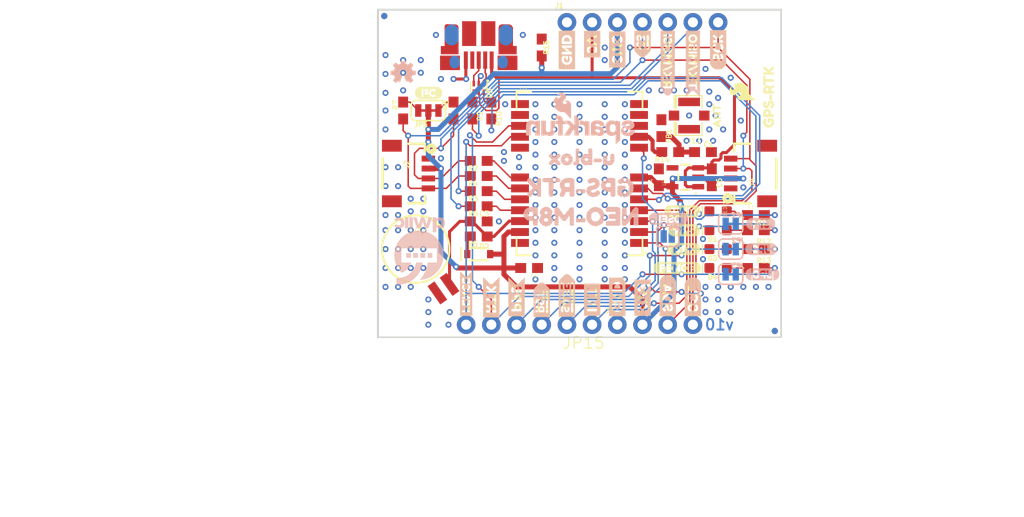
<source format=kicad_pcb>
(kicad_pcb (version 20211014) (generator pcbnew)
  (layers (0 "F.Cu" signal) (31 "B.Cu" signal) (34 "B.Paste" user) (35 "F.Paste" user) (36 "B.SilkS" user "B.Silkscreen") (37 "F.SilkS" user "F.Silkscreen") (38 "B.Mask" user) (39 "F.Mask" user) (44 "Edge.Cuts" user))
  (net 0 "")
  (net 1 "3.3V")
  (net 2 "GND")
  (net 3 "SCL/SCK")
  (net 4 "SDA/~{CS}")
  (net 5 "~{RESET}")
  (net 6 "TXLV")
  (net 7 "RXLV")
  (net 8 "BACKUP")
  (net 9 "INT")
  (net 10 "PPS")
  (net 11 "N$5")
  (net 12 "N$8")
  (net 13 "N$2")
  (net 14 "N$4")
  (net 15 "N$6")
  (net 16 "SDA_LV")
  (net 17 "SCL_LV")
  (net 18 "~{SAFE}")
  (net 19 "RXI/MOSI")
  (net 20 "TXO/MISO")
  (net 21 "SHLD")
  (net 22 "USB_D-")
  (net 23 "USB_D+")
  (net 24 "GPS_ANT1")
  (net 25 "N$10")
  (net 26 "5V")
  (net 27 "N$11")
  (net 28 "N$12")
  (net 29 "D_SEL")
  (net 30 "RTK_STAT")
  (net 31 "FENCE_STAT")
  (net 32 "N$1")
  (net 33 "N$3")
  (net 34 "N$7")
  (net 35 "N$9")
  (net 36 "N$13")
  (net 37 "ANT_VCC")
  (net 38 "D+")
  (net 39 "D-")
  (footprint "boardEagle:U.FL" (layer "F.Cu") (at 159.5501 99.1616 180)
    (fp_text reference "J13")
    (fp_text value "U.FL")
  )
  (footprint "boardEagle:NEO-M8P" (layer "F.Cu") (at 148.5011 105.0036)
    (fp_text reference "U1")
    (fp_text value "NEO-M8P")
  )
  (footprint "boardEagle:3V3-04" (layer "F.Cu") (at 154.8511 119.8626 90)
    (fp_text reference "U$6" hide)
    (fp_text value "" hide)
  )
  (footprint "boardEagle:0603" (layer "F.Cu") (at 161.8361 105.3846 -90)
    (fp_text reference "C6")
    (fp_text value "1.0uF")
  )
  (footprint "boardEagle:SOD-323" (layer "F.Cu") (at 138.3411 113.1316)
    (fp_text reference "D2")
    (fp_text value "0.5A/40V/420mV")
  )
  (footprint "boardEagle:I_SUPER2_C-()-03" (layer "F.Cu") (at 131.8641 96.8756)
    (fp_text reference "U$10" hide)
    (fp_text value "" hide)
  )
  (footprint "boardEagle:CREATIVE_COMMONS" (layer "F.Cu") (at 110.4011 139.2936)
    (fp_text reference "FRAME1" hide)
    (fp_text value "FRAME-LETTER" hide)
  )
  (footprint "boardEagle:0603" (layer "F.Cu") (at 138.3411 105.2576 180)
    (fp_text reference "R4")
    (fp_text value "33")
  )
  (footprint "boardEagle:3V3-04" (layer "F.Cu") (at 152.3111 94.8436 90)
    (fp_text reference "U$61" hide)
    (fp_text value "" hide)
  )
  (footprint "boardEagle:0603" (layer "F.Cu") (at 138.3411 108.3056 180)
    (fp_text reference "R6")
    (fp_text value "33")
  )
  (footprint "boardEagle:RTK1" (layer "F.Cu") (at 157.2641 112.6236)
    (fp_text reference "U$13" hide)
    (fp_text value "" hide)
  )
  (footprint "boardEagle:MICRO-FIDUCIAL" (layer "F.Cu") (at 168.1861 120.8786)
    (fp_text reference "JP21" hide)
    (fp_text value "FIDUCIALUFIDUCIAL" hide)
  )
  (footprint "boardEagle:LED-0603" (layer "F.Cu") (at 162.4711 114.5286 180)
    (fp_text reference "D4")
    (fp_text value "BLUE")
  )
  (footprint "boardEagle:1X07_NO_SILK" (layer "F.Cu") (at 147.2311 89.7636)
    (fp_text reference "J1")
    (fp_text value "")
  )
  (footprint "boardEagle:CS#-_]" (layer "F.Cu") (at 154.8511 93.5736 90)
    (fp_text reference "U$23" hide)
    (fp_text value "" hide)
  )
  (footprint "boardEagle:0603" (layer "F.Cu") (at 166.2811 114.5286)
    (fp_text reference "R13")
    (fp_text value "1k")
  )
  (footprint "boardEagle:1X04_NO_SILK" (layer "F.Cu") (at 152.3111 120.2436)
    (fp_text reference "J3")
    (fp_text value "PTH" hide)
  )
  (footprint "boardEagle:GND-04" (layer "F.Cu") (at 152.3111 119.8626 90)
    (fp_text reference "U$8" hide)
    (fp_text value "" hide)
  )
  (footprint "boardEagle:0603" (layer "F.Cu") (at 166.2811 110.7186)
    (fp_text reference "R11")
    (fp_text value "1k")
  )
  (footprint "boardEagle:SCK-(]-04" (layer "F.Cu") (at 162.4711 94.5896 90)
    (fp_text reference "U$38" hide)
    (fp_text value "" hide)
  )
  (footprint "boardEagle:0603" (layer "F.Cu") (at 143.4211 114.5286 180)
    (fp_text reference "C5")
    (fp_text value "0.1uF")
  )
  (footprint "boardEagle:STAND-OFF" (layer "F.Cu") (at 130.7211 118.9736)
    (fp_text reference "JP91" hide)
    (fp_text value "STAND-OFF" hide)
  )
  (footprint "boardEagle:SDA-[)" (layer "F.Cu") (at 157.3911 119.8626 90)
    (fp_text reference "U$1" hide)
    (fp_text value "" hide)
  )
  (footprint "boardEagle:#RST3" (layer "F.Cu") (at 144.6911 120.1166 90)
    (fp_text reference "U$35" hide)
    (fp_text value "" hide)
  )
  (footprint "boardEagle:LED-0603" (layer "F.Cu") (at 162.4711 110.7186 180)
    (fp_text reference "D1")
    (fp_text value "Yellow")
  )
  (footprint "boardEagle:BATTCON-6.8MM" (layer "F.Cu") (at 131.9911 112.6236 -55)
    (fp_text reference "B1")
    (fp_text value "6.8MM_COIN_CELL")
  )
  (footprint "boardEagle:0603" (layer "F.Cu") (at 160.9471 102.8446)
    (fp_text reference "C1")
    (fp_text value "47pF")
  )
  (footprint "boardEagle:SMT-JUMPER_3_2-NC_TRACE_SILK" (layer "F.Cu") (at 133.2611 98.6536 180)
    (fp_text reference "JP5")
    (fp_text value "")
  )
  (footprint "boardEagle:0603" (layer "F.Cu") (at 135.8011 98.6536 90)
    (fp_text reference "R8")
    (fp_text value "2.2k")
  )
  (footprint "boardEagle:0603" (layer "F.Cu") (at 156.7561 100.4316 -90)
    (fp_text reference "FB1")
    (fp_text value "30Ω/1.8A")
  )
  (footprint "boardEagle:SCL-[)" (layer "F.Cu") (at 159.9311 119.8626 90)
    (fp_text reference "U$3" hide)
    (fp_text value "" hide)
  )
  (footprint "boardEagle:PPS0" (layer "F.Cu") (at 157.3911 110.7186)
    (fp_text reference "U$52" hide)
    (fp_text value "" hide)
  )
  (footprint "boardEagle:USB-MICROB-PTH-MILL" (layer "F.Cu") (at 138.3411 93.5736 180)
    (fp_text reference "J6")
    (fp_text value "")
  )
  (footprint "boardEagle:5V" (layer "F.Cu") (at 149.7711 93.8276 90)
    (fp_text reference "U$19" hide)
    (fp_text value "" hide)
  )
  (footprint "boardEagle:STAND-OFF" (layer "F.Cu") (at 166.2811 91.0336)
    (fp_text reference "JP41" hide)
    (fp_text value "STAND-OFF" hide)
  )
  (footprint "boardEagle:GPS#RTK0" (layer "F.Cu") (at 167.5511 101.3206 90)
    (fp_text reference "U$21" hide)
    (fp_text value "" hide)
  )
  (footprint "boardEagle:0603" (layer "F.Cu") (at 166.2811 109.1946)
    (fp_text reference "R1")
    (fp_text value "1k")
  )
  (footprint "boardEagle:0603" (layer "F.Cu") (at 138.3411 103.7336 180)
    (fp_text reference "R2")
    (fp_text value "33")
  )
  (footprint "boardEagle:FENCE2" (layer "F.Cu") (at 155.8671 114.5286)
    (fp_text reference "U$11" hide)
    (fp_text value "" hide)
  )
  (footprint "boardEagle:0603" (layer "F.Cu") (at 138.3411 109.8296)
    (fp_text reference "C3")
    (fp_text value "1.0uF")
  )
  (footprint "boardEagle:0603" (layer "F.Cu") (at 138.3411 111.3536 180)
    (fp_text reference "R5")
    (fp_text value "1k")
  )
  (footprint "boardEagle:SFE_LOGO_FLAME_.1" (layer "F.Cu") (at 166.5351 97.8916 90)
    (fp_text reference "U$33" hide)
    (fp_text value "" hide)
  )
  (footprint "boardEagle:INT8" (layer "F.Cu") (at 149.7711 119.8626 90)
    (fp_text reference "U$15" hide)
    (fp_text value "" hide)
  )
  (footprint "boardEagle:STAND-OFF" (layer "F.Cu") (at 166.2811 118.9736)
    (fp_text reference "JP101" hide)
    (fp_text value "STAND-OFF" hide)
  )
  (footprint "boardEagle:RX#MOSI2" (layer "F.Cu") (at 157.3911 96.3676 90)
    (fp_text reference "U$26" hide)
    (fp_text value "" hide)
  )
  (footprint "boardEagle:PPS5" (layer "F.Cu") (at 142.1511 119.8626 90)
    (fp_text reference "U$43" hide)
    (fp_text value "" hide)
  )
  (footprint "boardEagle:PWR-()-03" (layer "F.Cu") (at 157.0101 108.8136)
    (fp_text reference "U$18" hide)
    (fp_text value "" hide)
  )
  (footprint "boardEagle:1X04_1MM_RA" (layer "F.Cu") (at 163.7411 105.0036 90)
    (fp_text reference "J4")
    (fp_text value "Qwiic Right Angle" hide)
  )
  (footprint "boardEagle:0603" (layer "F.Cu") (at 137.7061 98.6536 -90)
    (fp_text reference "R9")
    (fp_text value "27")
  )
  (footprint "boardEagle:TX#MISO0" (layer "F.Cu") (at 159.9311 96.4946 90)
    (fp_text reference "U$34" hide)
    (fp_text value "" hide)
  )
  (footprint "boardEagle:SOT886" (layer "F.Cu") (at 138.3411 96.3676 -90)
    (fp_text reference "D5")
    (fp_text value "PRTR5V0U2F")
  )
  (footprint "boardEagle:ANT0" (layer "F.Cu") (at 162.3441 101.0666 90)
    (fp_text reference "U$55" hide)
    (fp_text value "" hide)
  )
  (footprint "boardEagle:RTK1" (layer "F.Cu") (at 139.6111 119.9896 90)
    (fp_text reference "U$29" hide)
    (fp_text value "" hide)
  )
  (footprint "boardEagle:#SAFE1" (layer "F.Cu") (at 147.2311 120.1166 90)
    (fp_text reference "U$39" hide)
    (fp_text value "" hide)
  )
  (footprint "boardEagle:0603" (layer "F.Cu") (at 144.6911 92.3036 -90)
    (fp_text reference "R15")
    (fp_text value "100k")
  )
  (footprint "boardEagle:0603" (layer "F.Cu") (at 166.2811 112.6236)
    (fp_text reference "R12")
    (fp_text value "1k")
  )
  (footprint "boardEagle:GND-04" (layer "F.Cu") (at 147.2311 94.9706 90)
    (fp_text reference "U$63" hide)
    (fp_text value "" hide)
  )
  (footprint "boardEagle:0603" (layer "F.Cu") (at 130.7211 98.6536 90)
    (fp_text reference "R7")
    (fp_text value "2.2k")
  )
  (footprint "boardEagle:0603" (layer "F.Cu") (at 138.3411 106.7816 180)
    (fp_text reference "R3")
    (fp_text value "33")
  )
  (footprint "boardEagle:0603" (layer "F.Cu") (at 139.6111 98.6536 -90)
    (fp_text reference "R10")
    (fp_text value "27")
  )
  (footprint "boardEagle:1X04_1MM_RA" (layer "F.Cu") (at 133.2611 105.0036 -90)
    (fp_text reference "J2")
    (fp_text value "Qwiic Right Angle" hide)
  )
  (footprint "boardEagle:SOT23-5" (layer "F.Cu") (at 159.1691 105.3846 90)
    (fp_text reference "U2")
    (fp_text value "3.3V")
  )
  (footprint "boardEagle:0603" (layer "F.Cu") (at 156.5021 105.3846 90)
    (fp_text reference "C4")
    (fp_text value "1.0uF")
  )
  (footprint "boardEagle:0603" (layer "F.Cu") (at 157.6451 102.8446 180)
    (fp_text reference "R14")
    (fp_text value "10")
  )
  (footprint "boardEagle:LED-0603" (layer "F.Cu") (at 162.4711 108.8136 180)
    (fp_text reference "LED2")
    (fp_text value "RED")
  )
  (footprint "boardEagle:FENCE0" (layer "F.Cu") (at 137.0711 119.7356 90)
    (fp_text reference "U$14" hide)
    (fp_text value "" hide)
  )
  (footprint "boardEagle:STAND-OFF" (layer "F.Cu") (at 130.7211 91.0336)
    (fp_text reference "JP31" hide)
    (fp_text value "STAND-OFF" hide)
  )
  (footprint "boardEagle:LED-0603" (layer "F.Cu") (at 162.4711 112.6236 180)
    (fp_text reference "D3")
    (fp_text value "GREEN")
  )
  (footprint "boardEagle:1X06_NO_SILK" (layer "F.Cu") (at 149.7711 120.2436 180)
    (fp_text reference "JP15")
    (fp_text value "" hide)
  )
  (footprint "boardEagle:MICRO-FIDUCIAL" (layer "F.Cu") (at 128.8161 89.1286)
    (fp_text reference "JP61" hide)
    (fp_text value "FIDUCIALUFIDUCIAL" hide)
  )
  (footprint "boardEagle:PPS5" (layer "B.Cu") (at 142.1511 119.8626 90)
    (fp_text reference "U$44" hide)
    (fp_text value "" hide)
  )
  (footprint "boardEagle:FENCE0" (layer "B.Cu") (at 137.0711 119.7356 90)
    (fp_text reference "U$17" hide)
    (fp_text value "" hide)
  )
  (footprint "boardEagle:SMT-JUMPER_2_NC_TRACE_SILK" (layer "B.Cu") (at 163.7411 115.1636 180)
    (fp_text reference "JP3")
    (fp_text value "")
  )
  (footprint "boardEagle:CS#-_]" (layer "B.Cu") (at 154.8511 93.5736 90)
    (fp_text reference "U$24" hide)
    (fp_text value "" hide)
  )
  (footprint "boardEagle:MICRO-FIDUCIAL" (layer "B.Cu") (at 128.8161 89.1286 180)
    (fp_text reference "JP81" hide)
    (fp_text value "FIDUCIALUFIDUCIAL" hide)
  )
  (footprint "boardEagle:OSHW-LOGO-MINI" (layer "B.Cu") (at 130.7211 94.8436 180)
    (fp_text reference "LOGO1" hide)
    (fp_text value "OSHW-LOGOMINI" hide)
  )
  (footprint "boardEagle:RX#MOSI3" (layer "B.Cu") (at 157.3911 97.2566 90)
    (fp_text reference "U$31" hide)
    (fp_text value "" hide)
  )
  (footprint "boardEagle:SCK-(]-04" (layer "B.Cu") (at 162.4711 94.5896 90)
    (fp_text reference "U$41" hide)
    (fp_text value "" hide)
  )
  (footprint "boardEagle:SMT-JUMPER_2_NC_TRACE_SILK" (layer "B.Cu") (at 163.7411 112.6236 180)
    (fp_text reference "JP2")
    (fp_text value "")
  )
  (footprint "boardEagle:SFE_LOGO_NAME_FLAME_.1" (layer "B.Cu") (at 154.4701 102.0826 180)
    (fp_text reference "LOGO2" hide)
    (fp_text value "SFE_LOGO_NAME_FLAME.1_INCH" hide)
  )
  (footprint "boardEagle:SMT-JUMPER_2_NO_SILK" (layer "B.Cu") (at 157.3911 111.3536 180)
    (fp_text reference "JP4")
    (fp_text value "")
  )
  (footprint "boardEagle:JP20" (layer "B.Cu") (at 168.4401 112.6236 180)
    (fp_text reference "U$12" hide)
    (fp_text value "" hide)
  )
  (footprint "boardEagle:3V3-04" (layer "B.Cu") (at 154.8511 119.8626 90)
    (fp_text reference "U$7" hide)
    (fp_text value "" hide)
  )
  (footprint "boardEagle:JP10" (layer "B.Cu") (at 168.3131 110.0836 180)
    (fp_text reference "U$25" hide)
    (fp_text value "" hide)
  )
  (footprint "boardEagle:TX#MISO1" (layer "B.Cu") (at 159.9311 97.3836 90)
    (fp_text reference "U$37" hide)
    (fp_text value "" hide)
  )
  (footprint "boardEagle:5V" (layer "B.Cu") (at 149.7711 93.8276 90)
    (fp_text reference "U$20" hide)
    (fp_text value "" hide)
  )
  (footprint "boardEagle:3V3-04" (layer "B.Cu") (at 152.3111 94.8436 90)
    (fp_text reference "U$60" hide)
    (fp_text value "" hide)
  )
  (footprint "boardEagle:QWIIC-LOGO-MEDIUM" (layer "B.Cu") (at 132.3721 112.7506 180)
    (fp_text reference "U$30" hide)
    (fp_text value "" hide)
  )
  (footprint "boardEagle:GND-04" (layer "B.Cu") (at 147.2311 94.9706 90)
    (fp_text reference "U$62" hide)
    (fp_text value "" hide)
  )
  (footprint "boardEagle:#RST3" (layer "B.Cu") (at 144.6911 120.1166 90)
    (fp_text reference "U$36" hide)
    (fp_text value "" hide)
  )
  (footprint "boardEagle:GPS#RTK1" (layer "B.Cu") (at 155.6131 106.4006 180)
    (fp_text reference "U$54" hide)
    (fp_text value "" hide)
  )
  (footprint "boardEagle:SDA-[)" (layer "B.Cu") (at 157.3911 119.8626 90)
    (fp_text reference "U$4" hide)
    (fp_text value "" hide)
  )
  (footprint "boardEagle:SMT-JUMPER_2_NC_TRACE_SILK" (layer "B.Cu") (at 163.7411 110.0836 180)
    (fp_text reference "JP1")
    (fp_text value "")
  )
  (footprint "boardEagle:INT8" (layer "B.Cu") (at 149.7711 119.8626 90)
    (fp_text reference "U$16" hide)
    (fp_text value "" hide)
  )
  (footprint "boardEagle:JP32" (layer "B.Cu") (at 168.6941 115.1636 180)
    (fp_text reference "U$32" hide)
    (fp_text value "" hide)
  )
  (footprint "boardEagle:#SAFE1" (layer "B.Cu") (at 147.2311 120.1166 90)
    (fp_text reference "U$40" hide)
    (fp_text value "" hide)
  )
  (footprint "boardEagle:RTK1" (layer "B.Cu") (at 139.6111 119.9896 90)
    (fp_text reference "U$28" hide)
    (fp_text value "" hide)
  )
  (footprint "boardEagle:SCL-[)" (layer "B.Cu") (at 159.9311 119.8626 90)
    (fp_text reference "U$5" hide)
    (fp_text value "" hide)
  )
  (footprint "boardEagle:MICRO-FIDUCIAL" (layer "B.Cu") (at 168.1861 120.8786 180)
    (fp_text reference "JP71" hide)
    (fp_text value "FIDUCIALUFIDUCIAL" hide)
  )
  (footprint "boardEagle:NEO#M8P3" (layer "B.Cu") (at 156.1211 109.3216 180)
    (fp_text reference "U$53" hide)
    (fp_text value "" hide)
  )
  (footprint "boardEagle:DSEL0" (layer "B.Cu") (at 159.4231 109.5756 180)
    (fp_text reference "U$27" hide)
    (fp_text value "" hide)
  )
  (footprint "boardEagle:GND-04" (layer "B.Cu") (at 152.3111 119.8626 90)
    (fp_text reference "U$9" hide)
    (fp_text value "" hide)
  )
  (footprint "boardEagle:U#BLOX3" (layer "B.Cu") (at 153.4541 103.3526 180)
    (fp_text reference "U$22" hide)
    (fp_text value "" hide)
  )
  (gr_line (start 168.8211 88.4936) (end 168.8211 121.5136) (layer "Edge.Cuts") (width 0.1524))
  (gr_line (start 168.8211 121.5136) (end 128.1811 121.5136) (layer "Edge.Cuts") (width 0.1524))
  (gr_line (start 128.1811 88.4936) (end 168.8211 88.4936) (layer "Edge.Cuts") (width 0.2032))
  (gr_line (start 128.1811 121.5136) (end 128.1811 88.4936) (layer "Edge.Cuts") (width 0.2032))
  (gr_text "v10" (at 162.5981 120.2436) (layer "B.Cu") (effects (font (size 1.0795 1.0795) (thickness 0.1905)) (justify mirror)))
  (segment (start 158.6611 108.077) (end 158.6611 107.7976) (width 0.508) (layer "F.Cu") (net 1))
  (segment (start 136.0551 114.4016) (end 136.1821 114.5286) (width 0.508) (layer "F.Cu") (net 1))
  (segment (start 157.769 106.2346) (end 157.869 106.3346) (width 0.508) (layer "F.Cu") (net 1))
  (segment (start 157.869 107.0055) (end 157.869 106.3346) (width 0.508) (layer "F.Cu") (net 1))
  (segment (start 156.5021 106.2346) (end 157.769 106.2346) (width 0.508) (layer "F.Cu") (net 1))
  (segment (start 154.8511 120.2436) (end 154.8511 117.7036) (width 0.508) (layer "F.Cu") (net 1))
  (segment (start 140.8811 113.1316) (end 140.8811 114.5286) (width 0.508) (layer "F.Cu") (net 1))
  (segment (start 154.8511 117.7036) (end 153.5811 116.4336) (width 0.508) (layer "F.Cu") (net 1))
  (segment (start 141.3311 110.9036) (end 140.8811 111.3536) (width 0.508) (layer "F.Cu") (net 1))
  (segment (start 133.2611 98.6536) (end 133.2611 101.8286) (width 0.508) (layer "F.Cu") (net 1))
  (segment (start 140.8811 114.5286) (end 140.8811 115.1636) (width 0.508) (layer "F.Cu") (net 1))
  (segment (start 140.8811 111.3536) (end 140.8811 113.1316) (width 0.508) (layer "F.Cu") (net 1))
  (segment (start 144.6911 93.1536) (end 144.6911 94.3356) (width 0.508) (layer "F.Cu") (net 1))
  (segment (start 142.5711 114.5286) (end 140.8811 114.5286) (width 0.508) (layer "F.Cu") (net 1))
  (segment (start 163.7491 105.5116) (end 165.0111 105.5116) (width 0.508) (layer "F.Cu") (net 1))
  (segment (start 154.5011 105.4036) (end 155.6711 105.4036) (width 0.508) (layer "F.Cu") (net 1))
  (segment (start 142.1511 116.4336) (end 153.5811 116.4336) (width 0.508) (layer "F.Cu") (net 1))
  (segment (start 140.8811 115.1636) (end 142.1511 116.4336) (width 0.508) (layer "F.Cu") (net 1))
  (segment (start 139.4911 113.1316) (end 140.8811 113.1316) (width 0.508) (layer "F.Cu") (net 1))
  (segment (start 163.7411 105.5036) (end 163.7491 105.5116) (width 0.508) (layer "F.Cu") (net 1))
  (segment (start 158.6611 107.7976) (end 157.869 107.0055) (width 0.508) (layer "F.Cu") (net 1))
  (segment (start 157.869 105.5417) (end 157.8991 105.5116) (width 0.508) (layer "F.Cu") (net 1))
  (segment (start 167.1311 109.1946) (end 168.1861 109.1946) (width 0.1524) (layer "F.Cu") (net 1))
  (segment (start 155.6711 105.4036) (end 156.5021 106.2346) (width 0.508) (layer "F.Cu") (net 1))
  (segment (start 136.1821 114.5286) (end 140.8811 114.5286) (width 0.508) (layer "F.Cu") (net 1))
  (segment (start 134.5311 104.5036) (end 133.2611 104.5036) (width 0.508) (layer "F.Cu") (net 1))
  (segment (start 157.869 106.3346) (end 157.869 105.5417) (width 0.508) (layer "F.Cu") (net 1))
  (segment (start 133.2611 100.5586) (end 133.2611 98.6536) (width 0.1524) (layer "F.Cu") (net 1))
  (segment (start 142.5011 110.9036) (end 141.3311 110.9036) (width 0.508) (layer "F.Cu") (net 1))
  (via (at 157.8991 105.5116) (size 0.6096) (drill 0.3048) (layers "F.Cu" "B.Cu") (net 1))
  (via (at 136.0551 114.4016) (size 0.6096) (drill 0.3048) (layers "F.Cu" "B.Cu") (net 1))
  (via (at 133.2611 101.8286) (size 0.6096) (drill 0.3048) (layers "F.Cu" "B.Cu") (net 1))
  (via (at 133.2611 100.5586) (size 0.6096) (drill 0.3048) (layers "F.Cu" "B.Cu") (net 1))
  (via (at 134.5311 104.5036) (size 0.6096) (drill 0.3048) (layers "F.Cu" "B.Cu") (net 1))
  (via (at 165.0111 105.5116) (size 0.6096) (drill 0.3048) (layers "F.Cu" "B.Cu") (net 1))
  (via (at 168.1861 109.1946) (size 0.6096) (drill 0.3048) (layers "F.Cu" "B.Cu") (net 1))
  (via (at 144.6911 94.3356) (size 0.6096) (drill 0.3048) (layers "F.Cu" "B.Cu") (net 1))
  (via (at 158.6611 108.077) (size 0.6096) (drill 0.3048) (layers "F.Cu" "B.Cu") (net 1))
  (segment (start 160.345156 109.601) (end 159.938756 109.1946) (width 0.1524) (layer "B.Cu") (net 1))
  (segment (start 161.193443 109.1946) (end 160.787043 109.601) (width 0.1524) (layer "B.Cu") (net 1))
  (segment (start 158.7881 111.9886) (end 158.7881 109.1946) (width 0.508) (layer "B.Cu") (net 1))
  (segment (start 152.3111 89.7636) (end 152.3111 94.285544) (width 0.508) (layer "B.Cu") (net 1))
  (segment (start 139.867331 94.9452) (end 144.6911 94.9452) (width 0.508) (layer "B.Cu") (net 1))
  (segment (start 158.7881 109.1946) (end 158.7881 108.204) (width 0.508) (layer "B.Cu") (net 1))
  (segment (start 168.1861 109.1946) (end 161.193443 109.1946) (width 0.1524) (layer "B.Cu") (net 1))
  (segment (start 158.0261 117.0686) (end 158.0261 112.7506) (width 0.508) (layer "B.Cu") (net 1))
  (segment (start 134.5311 104.5036) (end 134.5311 112.8776) (width 0.508) (layer "B.Cu") (net 1))
  (segment (start 158.7881 108.204) (end 158.6611 108.077) (width 0.508) (layer "B.Cu") (net 1))
  (segment (start 144.6911 94.3356) (end 144.6911 94.9452) (width 0.508) (layer "B.Cu") (net 1))
  (segment (start 159.938756 109.1946) (end 158.7881 109.1946) (width 0.1524) (layer "B.Cu") (net 1))
  (segment (start 133.2611 103.2336) (end 134.5311 104.5036) (width 0.508) (layer "B.Cu") (net 1))
  (segment (start 133.2611 101.8286) (end 133.2611 103.2336) (width 0.508) (layer "B.Cu") (net 1))
  (segment (start 158.0261 112.7506) (end 158.7881 111.9886) (width 0.508) (layer "B.Cu") (net 1))
  (segment (start 134.253931 100.5586) (end 139.867331 94.9452) (width 0.508) (layer "B.Cu") (net 1))
  (segment (start 144.6911 94.9452) (end 151.651443 94.9452) (width 0.508) (layer "B.Cu") (net 1))
  (segment (start 154.8511 120.2436) (end 158.0261 117.0686) (width 0.508) (layer "B.Cu") (net 1))
  (segment (start 151.651443 94.9452) (end 152.3111 94.285544) (width 0.508) (layer "B.Cu") (net 1))
  (segment (start 157.8991 105.5116) (end 165.0111 105.5116) (width 0.508) (layer "B.Cu") (net 1))
  (segment (start 134.5311 112.8776) (end 136.0551 114.4016) (width 0.508) (layer "B.Cu") (net 1))
  (segment (start 160.787043 109.601) (end 160.345156 109.601) (width 0.1524) (layer "B.Cu") (net 1))
  (segment (start 133.2611 100.5586) (end 134.253931 100.5586) (width 0.508) (layer "B.Cu") (net 1))
  (segment (start 137.0411 93.5736) (end 137.0411 95.4786) (width 0.3048) (layer "F.Cu") (net 2))
  (segment (start 160.4692 105.3846) (end 160.9861 105.3846) (width 0.3048) (layer "F.Cu") (net 2))
  (segment (start 138.3411 95.9376) (end 138.3411 95.386019) (width 0.1524) (layer "F.Cu") (net 2))
  (segment (start 137.0411 95.4786) (end 135.8011 95.4786) (width 0.3048) (layer "F.Cu") (net 2))
  (segment (start 160.9861 105.3846) (end 161.8361 106.2346) (width 0.3048) (layer "F.Cu") (net 2))
  (segment (start 138.3411 95.386019) (end 138.548809 95.17831) (width 0.1524) (layer "F.Cu") (net 2))
  (via (at 130.2131 104.3686) (size 0.6096) (drill 0.3048) (layers "F.Cu" "B.Cu") (net 2))
  (via (at 167.5511 116.4336) (size 0.6096) (drill 0.3048) (layers "F.Cu" "B.Cu") (net 2))
  (via (at 151.0411 104.3686) (size 0.6096) (drill 0.3048) (layers "F.Cu" "B.Cu") (net 2))
  (via (at 132.7531 110.7186) (size 0.6096) (drill 0.3048) (layers "F.Cu" "B.Cu") (net 2))
  (via (at 151.0411 92.3036) (size 0.6096) (drill 0.3048) (layers "F.Cu" "B.Cu") (net 2))
  (via (at 153.0731 101.8286) (size 0.6096) (drill 0.3048) (layers "F.Cu" "B.Cu") (net 2))
  (via (at 135.8011 95.4786) (size 0.6096) (drill 0.3048) (layers "F.Cu" "B.Cu") (net 2))
  (via (at 145.9611 99.2886) (size 0.6096) (drill 0.3048) (layers "F.Cu" "B.Cu") (net 2))
  (via (at 144.0561 115.6716) (size 0.6096) (drill 0.3048) (layers "F.Cu" "B.Cu") (net 2))
  (via (at 130.7211 96.6216) (size 0.6096) (drill 0.3048) (layers "F.Cu" "B.Cu") (net 2))
  (via (at 151.0411 105.6386) (size 0.6096) (drill 0.3048) (layers "F.Cu" "B.Cu") (net 2))
  (via (at 151.0411 109.4486) (size 0.6096) (drill 0.3048) (layers "F.Cu" "B.Cu") (net 2))
  (via (at 144.0561 111.9886) (size 0.6096) (drill 0.3048) (layers "F.Cu" "B.Cu") (net 2))
  (via (at 130.2131 116.4336) (size 0.6096) (drill 0.3048) (layers "F.Cu" "B.Cu") (net 2))
  (via (at 153.0731 98.0186) (size 0.6096) (drill 0.3048) (layers "F.Cu" "B.Cu") (net 2))
  (via (at 144.0561 103.0986) (size 0.6096) (drill 0.3048) (layers "F.Cu" "B.Cu") (net 2))
  (via (at 151.0411 110.7186) (size 0.6096) (drill 0.3048) (layers "F.Cu" "B.Cu") (net 2))
  (via (at 140.3731 109.8296) (size 0.6096) (drill 0.3048) (layers "F.Cu" "B.Cu") (net 2))
  (via (at 144.0561 98.0186) (size 0.6096) (drill 0.3048) (layers "F.Cu" "B.Cu") (net 2))
  (via (at 153.0731 115.6716) (size 0.6096) (drill 0.3048) (layers "F.Cu" "B.Cu") (net 2))
  (via (at 133.2611 120.2436) (size 0.6096) (drill 0.3048) (layers "F.Cu" "B.Cu") (net 2))
  (via (at 151.0411 106.9086) (size 0.6096) (drill 0.3048) (layers "F.Cu" "B.Cu") (net 2))
  (via (at 132.7531 107.5436) (size 0.6096) (drill 0.3048) (layers "F.Cu" "B.Cu") (net 2))
  (via (at 128.9431 93.0656) (size 0.6096) (drill 0.3048) (layers "F.Cu" "B.Cu") (net 2))
  (via (at 130.2131 112.6236) (size 0.6096) (drill 0.3048) (layers "F.Cu" "B.Cu") (net 2))
  (via (at 163.7411 116.4336) (size 0.6096) (drill 0.3048) (layers "F.Cu" "B.Cu") (net 2))
  (via (at 145.9611 115.6716) (size 0.6096) (drill 0.3048) (layers "F.Cu" "B.Cu") (net 2))
  (via (at 145.9611 111.9886) (size 0.6096) (drill 0.3048) (layers "F.Cu" "B.Cu") (net 2))
  (via (at 144.0561 113.2586) (size 0.6096) (drill 0.3048) (layers "F.Cu" "B.Cu") (net 2))
  (via (at 161.2011 116.4336) (size 0.6096) (drill 0.3048) (layers "F.Cu" "B.Cu") (net 2))
  (via (at 140.8811 103.7336) (size 0.6096) (drill 0.3048) (layers "F.Cu" "B.Cu") (net 2))
  (via (at 145.9611 108.1786) (size 0.6096) (drill 0.3048) (layers "F.Cu" "B.Cu") (net 2))
  (via (at 145.9611 105.6386) (size 0.6096) (drill 0.3048) (layers "F.Cu" "B.Cu") (net 2))
  (via (at 145.9611 109.4486) (size 0.6096) (drill 0.3048) (layers "F.Cu" "B.Cu") (net 2))
  (via (at 148.5011 99.2886) (size 0.6096) (drill 0.3048) (layers "F.Cu" "B.Cu") (net 2))
  (via (at 128.9431 114.5286) (size 0.6096) (drill 0.3048) (layers "F.Cu" "B.Cu") (net 2))
  (via (at 153.0731 100.5586) (size 0.6096) (drill 0.3048) (layers "F.Cu" "B.Cu") (net 2))
  (via (at 144.0561 101.8286) (size 0.6096) (drill 0.3048) (layers "F.Cu" "B.Cu") (net 2))
  (via (at 130.7211 93.5736) (size 0.6096) (drill 0.3048) (layers "F.Cu" "B.Cu") (net 2))
  (via (at 161.5821 98.0186) (size 0.6096) (drill 0.3048) (layers "F.Cu" "B.Cu") (net 2))
  (via (at 148.5011 104.3686) (size 0.6096) (drill 0.3048) (layers "F.Cu" "B.Cu") (net 2))
  (via (at 128.9431 100.5586) (size 0.6096) (drill 0.3048) (layers "F.Cu" "B.Cu") (net 2))
  (via (at 161.5821 96.7486) (size 0.6096) (drill 0.3048) (layers "F.Cu" "B.Cu") (net 2))
  (via (at 148.5011 103.0986) (size 0.6096) (drill 0.3048) (layers "F.Cu" "B.Cu") (net 2))
  (via (at 144.0561 100.5586) (size 0.6096) (drill 0.3048) (layers "F.Cu" "B.Cu") (net 2))
  (via (at 144.0561 99.2886) (size 0.6096) (drill 0.3048) (layers "F.Cu" "B.Cu") (net 2))
  (via (at 148.5011 109.4486) (size 0.6096) (drill 0.3048) (layers "F.Cu" "B.Cu") (net 2))
  (via (at 153.0731 105.6386) (size 0.6096) (drill 0.3048) (layers "F.Cu" "B.Cu") (net 2))
  (via (at 161.9631 101.7016) (size 0.6096) (drill 0.3048) (layers "F.Cu" "B.Cu") (net 2))
  (via (at 163.7411 95.3516) (size 0.6096) (drill 0.3048) (layers "F.Cu" "B.Cu") (net 2))
  (via (at 144.0561 106.9086) (size 0.6096) (drill 0.3048) (layers "F.Cu" "B.Cu") (net 2))
  (via (at 128.9431 110.7186) (size 0.6096) (drill 0.3048) (layers "F.Cu" "B.Cu") (net 2))
  (via (at 151.0411 114.5286) (size 0.6096) (drill 0.3048) (layers "F.Cu" "B.Cu") (net 2))
  (via (at 153.0731 108.1786) (size 0.6096) (drill 0.3048) (layers "F.Cu" "B.Cu") (net 2))
  (via (at 130.2131 114.5286) (size 0.6096) (drill 0.3048) (layers "F.Cu" "B.Cu") (net 2))
  (via (at 145.9611 100.5586) (size 0.6096) (drill 0.3048) (layers "F.Cu" "B.Cu") (net 2))
  (via (at 131.4831 110.7186) (size 0.6096) (drill 0.3048) (layers "F.Cu" "B.Cu") (net 2))
  (via (at 130.2131 109.1946) (size 0.6096) (drill 0.3048) (layers "F.Cu" "B.Cu") (net 2))
  (via (at 148.5011 98.0186) (size 0.6096) (drill 0.3048) (layers "F.Cu" "B.Cu") (net 2))
  (via (at 145.9611 98.0186) (size 0.6096) (drill 0.3048) (layers "F.Cu" "B.Cu") (net 2))
  (via (at 162.9791 100.5586) (size 0.6096) (drill 0.3048) (layers "F.Cu" "B.Cu") (net 2))
  (via (at 148.5011 114.5286) (size 0.6096) (drill 0.3048) (layers "F.Cu" "B.Cu") (net 2))
  (via (at 148.5011 100.5586) (size 0.6096) (drill 0.3048) (layers "F.Cu" "B.Cu") (net 2))
  (via (at 128.9431 96.8756) (size 0.6096) (drill 0.3048) (layers "F.Cu" "B.Cu") (net 2))
  (via (at 153.0731 110.7186) (size 0.6096) (drill 0.3048) (layers "F.Cu" "B.Cu") (net 2))
  (via (at 130.7211 94.8436) (size 0.6096) (drill 0.3048) (layers "F.Cu" "B.Cu") (net 2))
  (via (at 148.5011 105.6386) (size 0.6096) (drill 0.3048) (layers "F.Cu" "B.Cu") (net 2))
  (via (at 151.0411 93.5736) (size 0.6096) (drill 0.3048) (layers "F.Cu" "B.Cu") (net 2))
  (via (at 148.5011 108.1786) (size 0.6096) (drill 0.3048) (layers "F.Cu" "B.Cu") (net 2))
  (via (at 144.0561 105.6386) (size 0.6096) (drill 0.3048) (layers "F.Cu" "B.Cu") (net 2))
  (via (at 138.548809 95.17831) (size 0.6096) (drill 0.3048) (layers "F.Cu" "B.Cu") (net 2))
  (via (at 151.0411 115.6716) (size 0.6096) (drill 0.3048) (layers "F.Cu" "B.Cu") (net 2))
  (via (at 142.4051 103.3526) (size 0.6096) (drill 0.3048) (layers "F.Cu" "B.Cu") (net 2))
  (via (at 128.9431 104.3686) (size 0.6096) (drill 0.3048) (layers "F.Cu" "B.Cu") (net 2))
  (via (at 128.9431 94.9706) (size 0.6096) (drill 0.3048) (layers "F.Cu" "B.Cu") (net 2))
  (via (at 145.9611 101.8286) (size 0.6096) (drill 0.3048) (layers "F.Cu" "B.Cu") (net 2))
  (via (at 156.7561 96.6216) (size 0.6096) (drill 0.3048) (layers "F.Cu" "B.Cu") (net 2))
  (via (at 128.9431 109.1946) (size 0.6096) (drill 0.3048) (layers "F.Cu" "B.Cu") (net 2))
  (via (at 160.9471 111.6076) (size 0.6096) (drill 0.3048) (layers "F.Cu" "B.Cu") (net 2))
  (via (at 144.0561 110.7186) (size 0.6096) (drill 0.3048) (layers "F.Cu" "B.Cu") (net 2))
  (via (at 162.4711 118.9736) (size 0.6096) (drill 0.3048) (layers "F.Cu" "B.Cu") (net 2))
  (via (at 162.4711 116.4336) (size 0.6096) (drill 0.3048) (layers "F.Cu" "B.Cu") (net 2))
  (via (at 160.5661 101.7016) (size 0.6096) (drill 0.3048) (layers "F.Cu" "B.Cu") (net 2))
  (via (at 148.5011 115.6716) (size 0.6096) (drill 0.3048) (layers "F.Cu" "B.Cu") (net 2))
  (via (at 132.4991 94.8436) (size 0.6096) (drill 0.3048) (layers "F.Cu" "B.Cu") (net 2))
  (via (at 144.0561 104.3686) (size 0.6096) (drill 0.3048) (layers "F.Cu" "B.Cu") (net 2))
  (via (at 133.2611 117.7036) (size 0.6096) (drill 0.3048) (layers "F.Cu" "B.Cu") (net 2))
  (via (at 132.7531 112.6236) (size 0.6096) (drill 0.3048) (layers "F.Cu" "B.Cu") (net 2))
  (via (at 145.9611 103.0986) (size 0.6096) (drill 0.3048) (layers "F.Cu" "B.Cu") (net 2))
  (via (at 161.2011 118.9736) (size 0.6096) (drill 0.3048) (layers "F.Cu" "B.Cu") (net 2))
  (via (at 145.9611 114.5286) (size 0.6096) (drill 0.3048) (layers "F.Cu" "B.Cu") (net 2))
  (via (at 133.2611 118.9736) (size 0.6096) (drill 0.3048) (layers "F.Cu" "B.Cu") (net 2))
  (via (at 163.7411 118.9736) (size 0.6096) (drill 0.3048) (layers "F.Cu" "B.Cu") (net 2))
  (via (at 153.0731 106.9086) (size 0.6096) (drill 0.3048) (layers "F.Cu" "B.Cu") (net 2))
  (via (at 153.0731 111.9886) (size 0.6096) (drill 0.3048) (layers "F.Cu" "B.Cu") (net 2))
  (via (at 159.2961 96.6216) (size 0.6096) (drill 0.3048) (layers "F.Cu" "B.Cu") (net 2))
  (via (at 161.2011 94.4626) (size 0.6096) (drill 0.3048) (layers "F.Cu" "B.Cu") (net 2))
  (via (at 158.0261 96.6216) (size 0.6096) (drill 0.3048) (layers "F.Cu" "B.Cu") (net 2))
  (via (at 148.5011 113.2586) (size 0.6096) (drill 0.3048) (layers "F.Cu" "B.Cu") (net 2))
  (via (at 144.0561 109.4486) (size 0.6096) (drill 0.3048) (layers "F.Cu" "B.Cu") (net 2))
  (via (at 151.0411 113.2586) (size 0.6096) (drill 0.3048) (layers "F.Cu" "B.Cu") (net 2))
  (via (at 144.0561 108.1786) (size 0.6096) (drill 0.3048) (layers "F.Cu" "B.Cu") (net 2))
  (via (at 134.5311 103.4796) (size 0.6096) (drill 0.3048) (layers "F.Cu" "B.Cu") (net 2))
  (via (at 134.5311 95.4786) (size 0.6096) (drill 0.3048) (layers "F.Cu" "B.Cu") (net 2))
  (via (at 145.9611 104.3686) (size 0.6096) (drill 0.3048) (layers "F.Cu" "B.Cu") (net 2))
  (via (at 142.4051 104.3686) (size 0.6096) (drill 0.3048) (layers "F.Cu" "B.Cu") (net 2))
  (via (at 159.2961 101.7016) (size 0.6096) (drill 0.3048) (layers "F.Cu" "B.Cu") (net 2))
  (via (at 151.0411 108.1786) (size 0.6096) (drill 0.3048) (layers "F.Cu" "B.Cu") (net 2))
  (via (at 161.2011 117.7036) (size 0.6096) (drill 0.3048) (layers "F.Cu" "B.Cu") (net 2))
  (via (at 131.4831 112.6236) (size 0.6096) (drill 0.3048) (layers "F.Cu" "B.Cu") (net 2))
  (via (at 151.0411 103.0986) (size 0.6096) (drill 0.3048) (layers "F.Cu" "B.Cu") (net 2))
  (via (at 130.2131 106.2736) (size 0.6096) (drill 0.3048) (layers "F.Cu" "B.Cu") (net 2))
  (via (at 145.9611 106.9086) (size 0.6096) (drill 0.3048) (layers "F.Cu" "B.Cu") (net 2))
  (via (at 151.0411 100.5586) (size 0.6096) (drill 0.3048) (layers "F.Cu" "B.Cu") (net 2))
  (via (at 165.0111 116.4336) (size 0.6096) (drill 0.3048) (layers "F.Cu" "B.Cu") (net 2))
  (via (at 137.0711 95.4786) (size 0.6096) (drill 0.3048) (layers "F.Cu" "B.Cu") (net 2))
  (via (at 140.8811 102.8446) (size 0.6096) (drill 0.3048) (layers "F.Cu" "B.Cu") (net 2))
  (via (at 162.4711 117.7036) (size 0.6096) (drill 0.3048) (layers "F.Cu" "B.Cu") (net 2))
  (via (at 162.2171 99.1616) (size 0.6096) (drill 0.3048) (layers "F.Cu" "B.Cu") (net 2))
  (via (at 131.4831 108.8136) (size 0.6096) (drill 0.3048) (layers "F.Cu" "B.Cu") (net 2))
  (via (at 128.9431 106.2736) (size 0.6096) (drill 0.3048) (layers "F.Cu" "B.Cu") (net 2))
  (via (at 148.5011 110.7186) (size 0.6096) (drill 0.3048) (layers "F.Cu" "B.Cu") (net 2))
  (via (at 161.5821 100.5586) (size 0.6096) (drill 0.3048) (layers "F.Cu" "B.Cu") (net 2))
  (via (at 162.4711 97.3836) (size 0.6096) (drill 0.3048) (layers "F.Cu" "B.Cu") (net 2))
  (via (at 165.0111 106.4006) (size 0.6096) (drill 0.3048) (layers "F.Cu" "B.Cu") (net 2))
  (via (at 148.5011 106.9086) (size 0.6096) (drill 0.3048) (layers "F.Cu" "B.Cu") (net 2))
  (via (at 155.4861 96.6216) (size 0.6096) (drill 0.3048) (layers "F.Cu" "B.Cu") (net 2))
  (via (at 131.4831 116.4336) (size 0.6096) (drill 0.3048) (layers "F.Cu" "B.Cu") (net 2))
  (via (at 131.4831 114.5286) (size 0.6096) (drill 0.3048) (layers "F.Cu" "B.Cu") (net 2))
  (via (at 155.4861 104.3686) (size 0.6096) (drill 0.3048) (layers "F.Cu" "B.Cu") (net 2))
  (via (at 132.4991 93.5736) (size 0.6096) (drill 0.3048) (layers "F.Cu" "B.Cu") (net 2))
  (via (at 145.9611 113.2586) (size 0.6096) (drill 0.3048) (layers "F.Cu" "B.Cu") (net 2))
  (via (at 163.7411 117.7036) (size 0.6096) (drill 0.3048) (layers "F.Cu" "B.Cu") (net 2))
  (via (at 141.0081 98.0186) (size 0.6096) (drill 0.3048) (layers "F.Cu" "B.Cu") (net 2))
  (via (at 148.5011 101.8286) (size 0.6096) (drill 0.3048) (layers "F.Cu" "B.Cu") (net 2))
  (via (at 132.7531 114.5286) (size 0.6096) (drill 0.3048) (layers "F.Cu" "B.Cu") (net 2))
  (via (at 128.9431 112.6236) (size 0.6096) (drill 0.3048) (layers "F.Cu" "B.Cu") (net 2))
  (via (at 151.0411 111.9886) (size 0.6096) (drill 0.3048) (layers "F.Cu" "B.Cu") (net 2))
  (via (at 128.9431 98.6536) (size 0.6096) (drill 0.3048) (layers "F.Cu" "B.Cu") (net 2))
  (via (at 145.9611 110.7186) (size 0.6096) (drill 0.3048) (layers "F.Cu" "B.Cu") (net 2))
  (via (at 151.0411 101.8286) (size 0.6096) (drill 0.3048) (layers "F.Cu" "B.Cu") (net 2))
  (via (at 153.0731 109.4486) (size 0.6096) (drill 0.3048) (layers "F.Cu" "B.Cu") (net 2))
  (via (at 153.0731 103.0986) (size 0.6096) (drill 0.3048) (layers "F.Cu" "B.Cu") (net 2))
  (via (at 151.0411 98.0186) (size 0.6096) (drill 0.3048) (layers "F.Cu" "B.Cu") (net 2))
  (via (at 159.5501 99.1616) (size 0.6096) (drill 0.3048) (layers "F.Cu" "B.Cu") (net 2))
  (via (at 128.9431 116.4336) (size 0.6096) (drill 0.3048) (layers "F.Cu" "B.Cu") (net 2))
  (via (at 153.0731 113.2586) (size 0.6096) (drill 0.3048) (layers "F.Cu" "B.Cu") (net 2))
  (via (at 132.7531 108.8136) (size 0.6096) (drill 0.3048) (layers "F.Cu" "B.Cu") (net 2))
  (via (at 130.2131 110.7186) (size 0.6096) (drill 0.3048) (layers "F.Cu" "B.Cu") (net 2))
  (via (at 160.9471 113.6396) (size 0.6096) (drill 0.3048) (layers "F.Cu" "B.Cu") (net 2))
  (via (at 164.7571 99.6696) (size 0.6096) (drill 0.3048) (layers "F.Cu" "B.Cu") (net 2))
  (via (at 153.0731 99.2886) (size 0.6096) (drill 0.3048) (layers "F.Cu" "B.Cu") (net 2))
  (via (at 166.2811 116.4336) (size 0.6096) (drill 0.3048) (layers "F.Cu" "B.Cu") (net 2))
  (via (at 148.5011 111.9886) (size 0.6096) (drill 0.3048) (layers "F.Cu" "B.Cu") (net 2))
  (via (at 151.0411 99.2886) (size 0.6096) (drill 0.3048) (layers "F.Cu" "B.Cu") (net 2))
  (via (at 160.5661 109.0676) (size 0.6096) (drill 0.3048) (layers "F.Cu" "B.Cu") (net 2))
  (via (at 153.0731 114.5286) (size 0.6096) (drill 0.3048) (layers "F.Cu" "B.Cu") (net 2))
  (via (at 153.0731 104.3686) (size 0.6096) (drill 0.3048) (layers "F.Cu" "B.Cu") (net 2))
  (via (at 135.4201 118.9736) (size 0.6096) (drill 0.3048) (layers "F.Cu" "B.Cu") (net 2))
  (via (at 135.2931 120.2436) (size 0.6096) (drill 0.3048) (layers "F.Cu" "B.Cu") (net 2))
  (via (at 131.4831 107.5436) (size 0.6096) (drill 0.3048) (layers "F.Cu" "B.Cu") (net 2))
  (segment (start 133.2611 106.5036) (end 135.0631 106.5036) (width 0.1524) (layer "F.Cu") (net 3))
  (segment (start 131.2291 101.1936) (end 131.2291 106.2736) (width 0.1524) (layer "F.Cu") (net 3))
  (segment (start 162.4711 89.7636) (end 162.4711 92.3036) (width 0.1524) (layer "F.Cu") (net 3))
  (segment (start 166.306881 104.2416) (end 165.671881 103.6066) (width 0.1524) (layer "F.Cu") (net 3))
  (segment (start 163.7411 103.5036) (end 165.647881 103.5036) (width 0.1524) (layer "F.Cu") (net 3))
  (segment (start 160.6931 108.0516) (end 165.0111 108.0516) (width 0.1524) (layer "F.Cu") (net 3))
  (segment (start 136.3091 105.2576) (end 137.4911 105.2576) (width 0.1524) (layer "F.Cu") (net 3))
  (segment (start 159.9311 120.2436) (end 159.9311 108.8136) (width 0.1524) (layer "F.Cu") (net 3))
  (segment (start 162.4711 92.3036) (end 165.671881 95.504382) (width 0.1524) (layer "F.Cu") (net 3))
  (segment (start 166.306881 106.755819) (end 166.306881 104.2416) (width 0.1524) (layer "F.Cu") (net 3))
  (segment (start 165.671881 103.4796) (end 165.671881 103.6066) (width 0.1524) (layer "F.Cu") (net 3))
  (segment (start 165.0111 108.0516) (end 166.306881 106.755819) (width 0.1524) (layer "F.Cu") (net 3))
  (segment (start 130.7211 99.5036) (end 130.7211 100.6856) (width 0.1524) (layer "F.Cu") (net 3))
  (segment (start 159.9311 108.8136) (end 160.6931 108.0516) (width 0.1524) (layer "F.Cu") (net 3))
  (segment (start 131.2291 106.2736) (end 131.4591 106.5036) (width 0.1524) (layer "F.Cu") (net 3))
  (segment (start 130.7211 100.6856) (end 131.2291 101.1936) (width 0.1524) (layer "F.Cu") (net 3))
  (segment (start 153.5811 92.3036) (end 162.4711 92.3036) (width 0.1524) (layer "F.Cu") (net 3))
  (segment (start 165.671881 95.504382) (end 165.671881 103.4796) (width 0.1524) (layer "F.Cu") (net 3))
  (segment (start 133.2611 106.5036) (end 131.4591 106.5036) (width 0.1524) (layer "F.Cu") (net 3))
  (segment (start 135.0631 106.5036) (end 136.3091 105.2576) (width 0.1524) (layer "F.Cu") (net 3))
  (segment (start 165.647881 103.5036) (end 165.671881 103.4796) (width 0.1524) (layer "F.Cu") (net 3))
  (via (at 153.5811 92.3036) (size 0.6096) (drill 0.3048) (layers "F.Cu" "B.Cu") (net 3))
  (via (at 131.2291 101.1936) (size 0.6096) (drill 0.3048) (layers "F.Cu" "B.Cu") (net 3))
  (segment (start 153.5811 93.8276) (end 153.5811 92.3036) (width 0.1524) (layer "B.Cu") (net 3))
  (segment (start 151.9047 95.504) (end 153.5811 93.8276) (width 0.1524) (layer "B.Cu") (net 3))
  (segment (start 140.120587 95.504) (end 151.9047 95.504) (width 0.1524) (layer "B.Cu") (net 3))
  (segment (start 134.430987 101.1936) (end 140.120587 95.504) (width 0.1524) (layer "B.Cu") (net 3))
  (segment (start 131.2291 101.1936) (end 134.430987 101.1936) (width 0.1524) (layer "B.Cu") (net 3))
  (segment (start 160.566843 107.7468) (end 164.884843 107.7468) (width 0.1524) (layer "F.Cu") (net 4))
  (segment (start 136.3091 103.7336) (end 137.4911 103.7336) (width 0.1524) (layer "F.Cu") (net 4))
  (segment (start 133.2611 105.5036) (end 132.2371 105.5036) (width 0.1524) (layer "F.Cu") (net 4))
  (segment (start 159.6263 118.0084) (end 159.6263 108.687344) (width 0.1524) (layer "F.Cu") (net 4))
  (segment (start 165.0111 101.1936) (end 165.367081 100.837619) (width 0.1524) (layer "F.Cu") (net 4))
  (segment (start 135.8011 99.5036) (end 135.8011 101.1936) (width 0.1524) (layer "F.Cu") (net 4))
  (segment (start 165.0111 104.5036) (end 163.7411 104.5036) (width 0.1524) (layer "F.Cu") (net 4))
  (segment (start 162.827081 93.5736) (end 154.8511 93.5736) (width 0.1524) (layer "F.Cu") (net 4))
  (segment (start 165.6381 104.5036) (end 165.0111 104.5036) (width 0.1524) (layer "F.Cu") (net 4))
  (segment (start 132.3721 102.4636) (end 131.8641 102.9716) (width 0.1524) (layer "F.Cu") (net 4))
  (segment (start 159.6263 108.687344) (end 160.566843 107.7468) (width 0.1524) (layer "F.Cu") (net 4))
  (segment (start 131.8641 105.1306) (end 131.8641 102.9716) (width 0.1524) (layer "F.Cu") (net 4))
  (segment (start 132.2371 105.5036) (end 131.8641 105.1306) (width 0.1524) (layer "F.Cu") (net 4))
  (segment (start 133.2611 105.5036) (end 134.5391 105.5036) (width 0.1524) (layer "F.Cu") (net 4))
  (segment (start 165.875071 106.756572) (end 165.875071 104.740572) (width 0.1524) (layer "F.Cu") (net 4))
  (segment (start 157.3911 120.2436) (end 159.6263 118.0084) (width 0.1524) (layer "F.Cu") (net 4))
  (segment (start 165.875071 104.740572) (end 165.6381 104.5036) (width 0.1524) (layer "F.Cu") (net 4))
  (segment (start 134.5391 105.5036) (end 136.3091 103.7336) (width 0.1524) (layer "F.Cu") (net 4))
  (segment (start 165.367081 96.1136) (end 162.827081 93.5736) (width 0.1524) (layer "F.Cu") (net 4))
  (segment (start 164.884843 107.7468) (end 165.875071 106.756572) (width 0.1524) (layer "F.Cu") (net 4))
  (segment (start 165.367081 100.837619) (end 165.367081 96.1136) (width 0.1524) (layer "F.Cu") (net 4))
  (segment (start 135.8011 101.1936) (end 134.5311 102.4636) (width 0.1524) (layer "F.Cu") (net 4))
  (segment (start 134.5311 102.4636) (end 132.3721 102.4636) (width 0.1524) (layer "F.Cu") (net 4))
  (via (at 154.8511 93.5736) (size 0.6096) (drill 0.3048) (layers "F.Cu" "B.Cu") (net 4))
  (via (at 165.0111 101.1936) (size 0.6096) (drill 0.3048) (layers "F.Cu" "B.Cu") (net 4))
  (via (at 165.0111 104.5036) (size 0.6096) (drill 0.3048) (layers "F.Cu" "B.Cu") (net 4))
  (via (at 134.5311 102.4636) (size 0.6096) (drill 0.3048) (layers "F.Cu" "B.Cu") (net 4))
  (segment (start 154.8511 89.7636) (end 154.8511 93.5736) (width 0.1524) (layer "B.Cu") (net 4))
  (segment (start 165.0111 104.5036) (end 165.0111 101.1936) (width 0.1524) (layer "B.Cu") (net 4))
  (segment (start 152.6159 95.8088) (end 154.8511 93.5736) (width 0.1524) (layer "B.Cu") (net 4))
  (segment (start 140.246843 95.8088) (end 152.6159 95.8088) (width 0.1524) (layer "B.Cu") (net 4))
  (segment (start 134.5311 102.4636) (end 134.5311 101.524544) (width 0.1524) (layer "B.Cu") (net 4))
  (segment (start 134.5311 101.524544) (end 140.246843 95.8088) (width 0.1524) (layer "B.Cu") (net 4))
  (segment (start 154.9781 102.8806) (end 154.9781 103.4796) (width 0.1524) (layer "F.Cu") (net 5))
  (segment (start 154.5011 102.4036) (end 154.9781 102.8806) (width 0.1524) (layer "F.Cu") (net 5))
  (via (at 154.9781 103.4796) (size 0.6096) (drill 0.3048) (layers "F.Cu" "B.Cu") (net 5))
  (segment (start 146.9263 118.0084) (end 154.469356 118.0084) (width 0.1524) (layer "B.Cu") (net 5))
  (segment (start 144.6911 120.2436) (end 146.9263 118.0084) (width 0.1524) (layer "B.Cu") (net 5))
  (segment (start 154.469356 118.0084) (end 156.4259 116.051857) (width 0.1524) (layer "B.Cu") (net 5))
  (segment (start 154.8511 103.6066) (end 154.8511 107.5436) (width 0.1524) (layer "B.Cu") (net 5))
  (segment (start 154.9781 103.4796) (end 154.8511 103.6066) (width 0.1524) (layer "B.Cu") (net 5))
  (segment (start 156.4005 112.903) (end 156.4005 109.093) (width 0.1524) (layer "B.Cu") (net 5))
  (segment (start 156.4259 112.9284) (end 156.4005 112.903) (width 0.1524) (layer "B.Cu") (net 5))
  (segment (start 156.4259 116.051857) (end 156.4259 112.9284) (width 0.1524) (layer "B.Cu") (net 5))
  (segment (start 156.4005 109.093) (end 154.8511 107.5436) (width 0.1524) (layer "B.Cu") (net 5))
  (segment (start 140.1191 106.7816) (end 139.1911 106.7816) (width 0.1524) (layer "F.Cu") (net 6))
  (segment (start 142.5011 107.6036) (end 140.9411 107.6036) (width 0.1524) (layer "F.Cu") (net 6))
  (segment (start 140.9411 107.6036) (end 140.1191 106.7816) (width 0.1524) (layer "F.Cu") (net 6))
  (segment (start 140.5171 108.7036) (end 140.1191 108.3056) (width 0.1524) (layer "F.Cu") (net 7))
  (segment (start 140.1191 108.3056) (end 139.1911 108.3056) (width 0.1524) (layer "F.Cu") (net 7))
  (segment (start 142.5011 108.7036) (end 140.5171 108.7036) (width 0.1524) (layer "F.Cu") (net 7))
  (segment (start 135.398781 116.182691) (end 135.398781 110.866919) (width 0.3048) (layer "F.Cu") (net 8))
  (segment (start 139.1911 111.3536) (end 137.6671 109.8296) (width 0.3048) (layer "F.Cu") (net 8))
  (segment (start 139.8651 111.3536) (end 139.1911 111.3536) (width 0.3048) (layer "F.Cu") (net 8))
  (segment (start 136.4361 109.8296) (end 137.4911 109.8296) (width 0.3048) (layer "F.Cu") (net 8))
  (segment (start 135.398781 110.866919) (end 136.4361 109.8296) (width 0.3048) (layer "F.Cu") (net 8))
  (segment (start 142.5011 109.8036) (end 141.4151 109.8036) (width 0.3048) (layer "F.Cu") (net 8))
  (segment (start 141.4151 109.8036) (end 139.8651 111.3536) (width 0.3048) (layer "F.Cu") (net 8))
  (segment (start 137.6671 109.8296) (end 137.4911 109.8296) (width 0.1524) (layer "F.Cu") (net 8))
  (segment (start 158.5341 118.0846) (end 155.9941 118.0846) (width 0.1524) (layer "F.Cu") (net 9))
  (segment (start 159.3215 117.2972) (end 158.5341 118.0846) (width 0.1524) (layer "F.Cu") (net 9))
  (segment (start 158.9321 108.7036) (end 159.3215 109.093) (width 0.1524) (layer "F.Cu") (net 9))
  (segment (start 154.5011 108.7036) (end 158.9321 108.7036) (width 0.1524) (layer "F.Cu") (net 9))
  (segment (start 159.3215 109.093) (end 159.3215 117.2972) (width 0.1524) (layer "F.Cu") (net 9))
  (via (at 155.9941 118.0846) (size 0.6096) (drill 0.3048) (layers "F.Cu" "B.Cu") (net 9))
  (segment (start 151.2951 118.7196) (end 155.2321 118.7196) (width 0.1524) (layer "B.Cu") (net 9))
  (segment (start 155.2321 118.7196) (end 155.8671 118.0846) (width 0.1524) (layer "B.Cu") (net 9))
  (segment (start 155.8671 118.0846) (end 155.9941 118.0846) (width 0.1524) (layer "B.Cu") (net 9))
  (segment (start 149.7711 120.2436) (end 151.2951 118.7196) (width 0.1524) (layer "B.Cu") (net 9))
  (segment (start 160.2359 116.6114) (end 160.725784 117.101285) (width 0.1524) (layer "F.Cu") (net 10))
  (segment (start 154.5011 109.8036) (end 155.8411 109.8036) (width 0.1524) (layer "F.Cu") (net 10))
  (segment (start 156.1211 116.9416) (end 155.451456 116.271957) (width 0.1524) (layer "F.Cu") (net 10))
  (segment (start 158.7881 116.9416) (end 156.1211 116.9416) (width 0.1524) (layer "F.Cu") (net 10))
  (segment (start 160.5661 110.3376) (end 160.2359 110.6678) (width 0.1524) (layer "F.Cu") (net 10))
  (segment (start 155.8411 109.8036) (end 155.8671 109.8296) (width 0.1524) (layer "F.Cu") (net 10))
  (segment (start 160.2359 110.6678) (end 160.2359 116.6114) (width 0.1524) (layer "F.Cu") (net 10))
  (via (at 155.451456 116.271957) (size 0.6096) (drill 0.3048) (layers "F.Cu" "B.Cu") (net 10))
  (via (at 160.5661 110.3376) (size 0.6096) (drill 0.3048) (layers "F.Cu" "B.Cu") (net 10))
  (via (at 160.725784 117.101285) (size 0.6096) (drill 0.3048) (layers "F.Cu" "B.Cu") (net 10))
  (via (at 155.8671 109.8296) (size 0.6096) (drill 0.3048) (layers "F.Cu" "B.Cu") (net 10))
  (via (at 158.7881 116.9416) (size 0.6096) (drill 0.3048) (layers "F.Cu" "B.Cu") (net 10))
  (segment (start 163.2331 110.0836) (end 162.9791 110.3376) (width 0.1524) (layer "B.Cu") (net 10))
  (segment (start 155.6131 116.3066) (end 156.1211 115.7986) (width 0.1524) (layer "B.Cu") (net 10))
  (segment (start 154.2161 117.7036) (end 155.6131 116.3066) (width 0.1524) (layer "B.Cu") (net 10))
  (segment (start 155.8671 112.800657) (end 155.8671 109.8296) (width 0.1524) (layer "B.Cu") (net 10))
  (segment (start 162.9791 110.3376) (end 160.5661 110.3376) (width 0.1524) (layer "B.Cu") (net 10))
  (segment (start 155.4861 116.3066) (end 155.6131 116.3066) (width 0.1524) (layer "B.Cu") (net 10))
  (segment (start 155.451456 116.271957) (end 155.4861 116.3066) (width 0.1524) (layer "B.Cu") (net 10))
  (segment (start 144.6911 117.7036) (end 154.2161 117.7036) (width 0.1524) (layer "B.Cu") (net 10))
  (segment (start 156.1211 113.054657) (end 155.8671 112.800657) (width 0.1524) (layer "B.Cu") (net 10))
  (segment (start 160.725784 117.101285) (end 158.947784 117.101285) (width 0.1524) (layer "B.Cu") (net 10))
  (segment (start 142.1511 120.2436) (end 144.6911 117.7036) (width 0.1524) (layer "B.Cu") (net 10))
  (segment (start 156.1211 115.7986) (end 156.1211 113.054657) (width 0.1524) (layer "B.Cu") (net 10))
  (segment (start 158.947784 117.101285) (end 158.7881 116.9416) (width 0.1524) (layer "B.Cu") (net 10))
  (segment (start 134.2771 98.6536) (end 135.1271 97.8036) (width 0.1524) (layer "F.Cu") (net 11))
  (segment (start 135.1271 97.8036) (end 135.8011 97.8036) (width 0.1524) (layer "F.Cu") (net 11))
  (segment (start 132.2451 98.6536) (end 131.3951 97.8036) (width 0.1524) (layer "F.Cu") (net 12))
  (segment (start 131.3951 97.8036) (end 130.7211 97.8036) (width 0.1524) (layer "F.Cu") (net 12))
  (segment (start 163.3481 110.7186) (end 165.4311 110.7186) (width 0.1524) (layer "F.Cu") (net 13))
  (segment (start 168.1861 110.7186) (end 167.1311 110.7186) (width 0.1524) (layer "F.Cu") (net 14))
  (via (at 168.1861 110.7186) (size 0.6096) (drill 0.3048) (layers "F.Cu" "B.Cu") (net 14))
  (segment (start 167.5511 110.0836) (end 168.1861 110.7186) (width 0.1524) (layer "B.Cu") (net 14))
  (segment (start 164.2491 110.0836) (end 167.5511 110.0836) (width 0.1524) (layer "B.Cu") (net 14))
  (segment (start 137.1911 113.1316) (end 137.1911 111.6536) (width 0.3048) (layer "F.Cu") (net 15))
  (segment (start 137.1911 111.6536) (end 137.4911 111.3536) (width 0.1524) (layer "F.Cu") (net 15))
  (segment (start 142.5011 105.4036) (end 141.5351 105.4036) (width 0.1524) (layer "F.Cu") (net 16))
  (segment (start 141.5351 105.4036) (end 139.8651 103.7336) (width 0.1524) (layer "F.Cu") (net 16))
  (segment (start 139.8651 103.7336) (end 139.1911 103.7336) (width 0.1524) (layer "F.Cu") (net 16))
  (segment (start 142.5011 106.5036) (end 141.3651 106.5036) (width 0.1524) (layer "F.Cu") (net 17))
  (segment (start 140.1191 105.2576) (end 139.1911 105.2576) (width 0.1524) (layer "F.Cu") (net 17))
  (segment (start 141.3651 106.5036) (end 140.1191 105.2576) (width 0.1524) (layer "F.Cu") (net 17))
  (segment (start 156.586387 112.0036) (end 157.171743 112.588957) (width 0.1524) (layer "F.Cu") (net 18))
  (segment (start 154.5011 112.0036) (end 156.586387 112.0036) (width 0.1524) (layer "F.Cu") (net 18))
  (via (at 157.171743 112.588957) (size 0.6096) (drill 0.3048) (layers "F.Cu" "B.Cu") (net 18))
  (segment (start 147.2311 120.2436) (end 149.0853 118.3894) (width 0.1524) (layer "B.Cu") (net 18))
  (segment (start 154.723356 118.3894) (end 157.1879 115.924857) (width 0.1524) (layer "B.Cu") (net 18))
  (segment (start 157.1879 115.924857) (end 157.1879 112.605113) (width 0.1524) (layer "B.Cu") (net 18))
  (segment (start 157.1879 112.605113) (end 157.171743 112.588957) (width 0.1524) (layer "B.Cu") (net 18))
  (segment (start 149.0853 118.3894) (end 154.723356 118.3894) (width 0.1524) (layer "B.Cu") (net 18))
  (segment (start 137.4911 108.3056) (end 136.3091 108.3056) (width 0.1524) (layer "F.Cu") (net 19))
  (via (at 136.3091 108.3056) (size 0.6096) (drill 0.3048) (layers "F.Cu" "B.Cu") (net 19))
  (segment (start 157.3911 92.3036) (end 153.5811 96.1136) (width 0.1524) (layer "B.Cu") (net 19))
  (segment (start 136.3091 108.3056) (end 135.5471 107.5436) (width 0.1524) (layer "B.Cu") (net 19))
  (segment (start 135.5471 107.5436) (end 135.5471 100.9396) (width 0.1524) (layer "B.Cu") (net 19))
  (segment (start 135.5471 100.9396) (end 140.3731 96.1136) (width 0.1524) (layer "B.Cu") (net 19))
  (segment (start 157.3911 89.7636) (end 157.3911 92.3036) (width 0.1524) (layer "B.Cu") (net 19))
  (segment (start 140.3731 96.1136) (end 153.5811 96.1136) (width 0.1524) (layer "B.Cu") (net 19))
  (segment (start 137.4911 106.7816) (end 136.3091 106.7816) (width 0.1524) (layer "F.Cu") (net 20))
  (via (at 136.3091 106.7816) (size 0.6096) (drill 0.3048) (layers "F.Cu" "B.Cu") (net 20))
  (segment (start 159.9311 89.7636) (end 159.9311 90.2716) (width 0.1524) (layer "B.Cu") (net 20))
  (segment (start 140.461628 96.456129) (end 153.746571 96.456129) (width 0.1524) (layer "B.Cu") (net 20))
  (segment (start 136.3091 106.7816) (end 136.3091 100.608657) (width 0.1524) (layer "B.Cu") (net 20))
  (segment (start 136.3091 100.608657) (end 140.461628 96.456129) (width 0.1524) (layer "B.Cu") (net 20))
  (segment (start 159.9311 90.2716) (end 153.746571 96.456129) (width 0.1524) (layer "B.Cu") (net 20))
  (via (at 134.0231 91.0336) (size 0.6096) (drill 0.3048) (layers "F.Cu" "B.Cu") (net 21))
  (via (at 142.7861 91.0336) (size 0.6096) (drill 0.3048) (layers "F.Cu" "B.Cu") (net 21))
  (segment (start 138.9911 94.866244) (end 139.082218 94.957363) (width 0.1524) (layer "F.Cu") (net 22))
  (segment (start 138.9911 93.5736) (end 138.9911 94.866244) (width 0.1524) (layer "F.Cu") (net 22))
  (segment (start 139.082218 94.957363) (end 139.082218 95.39925) (width 0.1524) (layer "F.Cu") (net 22))
  (segment (start 139.082218 95.39925) (end 138.8411 95.640369) (width 0.1524) (layer "F.Cu") (net 22))
  (segment (start 138.8411 95.640369) (end 138.8411 95.9626) (width 0.1524) (layer "F.Cu") (net 22))
  (segment (start 137.8411 95.131669) (end 138.3411 94.631669) (width 0.1524) (layer "F.Cu") (net 23))
  (segment (start 138.3411 94.631669) (end 138.3411 93.5736) (width 0.1524) (layer "F.Cu") (net 23))
  (segment (start 137.8411 95.9376) (end 137.8411 95.131669) (width 0.1524) (layer "F.Cu") (net 23))
  (segment (start 165.4311 109.1946) (end 164.5031 109.1946) (width 0.1524) (layer "F.Cu") (net 25))
  (segment (start 164.5031 109.1946) (end 164.1221 108.8136) (width 0.1524) (layer "F.Cu") (net 25))
  (segment (start 164.1221 108.8136) (end 163.3481 108.8136) (width 0.1524) (layer "F.Cu") (net 25))
  (segment (start 161.8361 103.8606) (end 162.0473 103.6494) (width 0.3048) (layer "F.Cu") (net 26))
  (segment (start 161.8361 104.5346) (end 161.8361 103.8606) (width 0.3048) (layer "F.Cu") (net 26))
  (segment (start 162.7613 103.07735) (end 162.93985 102.8988) (width 0.3048) (layer "F.Cu") (net 26))
  (segment (start 149.7711 89.7636) (end 149.7711 95.3516) (width 0.3048) (layer "F.Cu") (net 26))
  (segment (start 139.087812 98.6536) (end 140.134387 98.6536) (width 0.1524) (layer "F.Cu") (net 26))
  (segment (start 139.6411 93.5736) (end 139.6411 94.8736) (width 0.3048) (layer "F.Cu") (net 26))
  (segment (start 138.4347 97.158913) (end 138.4347 98.000488) (width 0.1524) (layer "F.Cu") (net 26))
  (segment (start 140.134387 98.6536) (end 140.3731 98.414888) (width 0.1524) (layer "F.Cu") (net 26))
  (segment (start 162.5553 103.6494) (end 162.7613 103.4434) (width 0.3048) (layer "F.Cu") (net 26))
  (segment (start 138.4347 98.000488) (end 139.087812 98.6536) (width 0.1524) (layer "F.Cu") (net 26))
  (segment (start 139.6411 94.8736) (end 140.1191 95.3516) (width 0.3048) (layer "F.Cu") (net 26))
  (segment (start 162.7613 103.4434) (end 162.7613 103.07735) (width 0.3048) (layer "F.Cu") (net 26))
  (segment (start 160.4692 104.4346) (end 159.4841 104.4346) (width 0.3048) (layer "F.Cu") (net 26))
  (segment (start 164.1221 102.0826) (end 164.1221 96.8756) (width 0.3048) (layer "F.Cu") (net 26))
  (segment (start 140.1191 95.3516) (end 140.3731 95.3516) (width 0.3048) (layer "F.Cu") (net 26))
  (segment (start 159.1691 106.1466) (end 159.1691 104.7496) (width 0.3048) (layer "F.Cu") (net 26))
  (segment (start 163.3059 102.8988) (end 164.1221 102.0826) (width 0.3048) (layer "F.Cu") (net 26))
  (segment (start 140.3731 98.414888) (end 140.3731 95.3516) (width 0.1524) (layer "F.Cu") (net 26))
  (segment (start 162.93985 102.8988) (end 163.3059 102.8988) (width 0.3048) (layer "F.Cu") (net 26))
  (segment (start 138.3411 97.065313) (end 138.4347 97.158913) (width 0.1524) (layer "F.Cu") (net 26))
  (segment (start 140.3731 95.3516) (end 149.7711 95.3516) (width 0.3048) (layer "F.Cu") (net 26))
  (segment (start 138.3411 96.7976) (end 138.3411 97.065313) (width 0.1524) (layer "F.Cu") (net 26))
  (segment (start 161.7971 104.4956) (end 161.8361 104.5346) (width 0.254) (layer "F.Cu") (net 26))
  (segment (start 160.4692 104.4346) (end 161.8141 104.4346) (width 0.3048) (layer "F.Cu") (net 26))
  (segment (start 149.7711 95.3516) (end 162.5981 95.3516) (width 0.3048) (layer "F.Cu") (net 26))
  (segment (start 162.0473 103.6494) (end 162.5553 103.6494) (width 0.3048) (layer "F.Cu") (net 26))
  (segment (start 160.4692 106.3346) (end 159.3571 106.3346) (width 0.3048) (layer "F.Cu") (net 26))
  (segment (start 164.1221 96.8756) (end 162.5981 95.3516) (width 0.3048) (layer "F.Cu") (net 26))
  (segment (start 159.4841 104.4346) (end 159.1691 104.7496) (width 0.3048) (layer "F.Cu") (net 26))
  (segment (start 161.8141 104.4346) (end 161.8361 104.4566) (width 0.3048) (layer "F.Cu") (net 26))
  (segment (start 159.3571 106.3346) (end 159.1691 106.1466) (width 0.3048) (layer "F.Cu") (net 26))
  (segment (start 161.8361 104.4566) (end 161.7971 104.4956) (width 0.3048) (layer "F.Cu") (net 26))
  (segment (start 155.397812 106.5036) (end 155.907412 107.0132) (width 0.1524) (layer "F.Cu") (net 27))
  (segment (start 155.907412 107.0132) (end 156.8607 107.0132) (width 0.1524) (layer "F.Cu") (net 27))
  (segment (start 137.7061 100.5586) (end 138.3411 101.1936) (width 0.1524) (layer "F.Cu") (net 27))
  (segment (start 154.5011 106.5036) (end 155.397812 106.5036) (width 0.1524) (layer "F.Cu") (net 27))
  (segment (start 156.8607 107.0132) (end 157.3911 107.5436) (width 0.1524) (layer "F.Cu") (net 27))
  (segment (start 137.7061 99.5036) (end 137.7061 100.5586) (width 0.1524) (layer "F.Cu") (net 27))
  (via (at 138.3411 101.1936) (size 0.6096) (drill 0.3048) (layers "F.Cu" "B.Cu") (net 27))
  (via (at 157.3911 107.5436) (size 0.6096) (drill 0.3048) (layers "F.Cu" "B.Cu") (net 27))
  (segment (start 166.6621 99.1616) (end 162.8521 95.3516) (width 0.1524) (layer "B.Cu") (net 27))
  (segment (start 166.6621 106.0196) (end 166.6621 99.1616) (width 0.1524) (layer "B.Cu") (net 27))
  (segment (start 162.8521 95.3516) (end 155.282162 95.3516) (width 0.1524) (layer "B.Cu") (net 27))
  (segment (start 138.3411 99.007713) (end 138.3411 101.1936) (width 0.1524) (layer "B.Cu") (net 27))
  (segment (start 140.587881 96.760932) (end 138.3411 99.007713) (width 0.1524) (layer "B.Cu") (net 27))
  (segment (start 153.872831 96.760932) (end 140.587881 96.760932) (width 0.1524) (layer "B.Cu") (net 27))
  (segment (start 165.1381 107.5436) (end 166.6621 106.0196) (width 0.1524) (layer "B.Cu") (net 27))
  (segment (start 155.282162 95.3516) (end 153.872831 96.760932) (width 0.1524) (layer "B.Cu") (net 27))
  (segment (start 157.3911 107.5436) (end 165.1381 107.5436) (width 0.1524) (layer "B.Cu") (net 27))
  (segment (start 154.5011 107.6036) (end 156.4435 107.6036) (width 0.1524) (layer "F.Cu") (net 28))
  (segment (start 156.4435 107.6036) (end 156.5021 107.6622) (width 0.1524) (layer "F.Cu") (net 28))
  (segment (start 139.6111 99.5036) (end 139.6111 100.6602) (width 0.1524) (layer "F.Cu") (net 28))
  (via (at 139.6111 100.6602) (size 0.6096) (drill 0.3048) (layers "F.Cu" "B.Cu") (net 28))
  (via (at 156.5021 107.6622) (size 0.6096) (drill 0.3048) (layers "F.Cu" "B.Cu") (net 28))
  (segment (start 155.408418 95.6564) (end 153.999087 97.065732) (width 0.1524) (layer "B.Cu") (net 28))
  (segment (start 164.9349 107.2388) (end 166.2811 105.8926) (width 0.1524) (layer "B.Cu") (net 28))
  (segment (start 139.686184 100.585116) (end 139.6111 100.6602) (width 0.1524) (layer "B.Cu") (net 28))
  (segment (start 157.170156 107.0102) (end 157.612043 107.0102) (width 0.1524) (layer "B.Cu") (net 28))
  (segment (start 140.841137 97.065732) (end 139.686184 98.220685) (width 0.1524) (layer "B.Cu") (net 28))
  (segment (start 153.999087 97.065732) (end 140.841137 97.065732) (width 0.1524) (layer "B.Cu") (net 28))
  (segment (start 156.518156 107.6622) (end 157.170156 107.0102) (width 0.1524) (layer "B.Cu") (net 28))
  (segment (start 139.686184 98.220685) (end 139.686184 100.585116) (width 0.1524) (layer "B.Cu") (net 28))
  (segment (start 162.725843 95.6564) (end 155.408418 95.6564) (width 0.1524) (layer "B.Cu") (net 28))
  (segment (start 166.2811 105.8926) (end 166.2811 99.211657) (width 0.1524) (layer "B.Cu") (net 28))
  (segment (start 157.612043 107.0102) (end 157.840643 107.2388) (width 0.1524) (layer "B.Cu") (net 28))
  (segment (start 166.2811 99.211657) (end 162.725843 95.6564) (width 0.1524) (layer "B.Cu") (net 28))
  (segment (start 156.5021 107.6622) (end 156.518156 107.6622) (width 0.1524) (layer "B.Cu") (net 28))
  (segment (start 157.840643 107.2388) (end 164.9349 107.2388) (width 0.1524) (layer "B.Cu") (net 28))
  (segment (start 154.5011 110.9036) (end 156.3171 110.9036) (width 0.1524) (layer "F.Cu") (net 29))
  (segment (start 157.0101 110.2106) (end 156.3171 110.9036) (width 0.1524) (layer "F.Cu") (net 29))
  (via (at 157.0101 110.2106) (size 0.6096) (drill 0.3048) (layers "F.Cu" "B.Cu") (net 29))
  (segment (start 156.9847 111.3536) (end 157.0101 111.3282) (width 0.1524) (layer "B.Cu") (net 29))
  (segment (start 157.0101 110.2106) (end 157.0101 111.3282) (width 0.1524) (layer "B.Cu") (net 29))
  (segment (start 138.3411 116.4336) (end 139.6111 117.7036) (width 0.1524) (layer "F.Cu") (net 30))
  (segment (start 158.7881 113.2586) (end 158.7881 113.2756) (width 0.1524) (layer "F.Cu") (net 30))
  (segment (start 142.5011 100.2036) (end 141.3631 100.2036) (width 0.1524) (layer "F.Cu") (net 30))
  (segment (start 138.1299 101.8286) (end 137.4521 101.1508) (width 0.1524) (layer "F.Cu") (net 30))
  (segment (start 141.3631 100.2036) (end 139.7381 101.8286) (width 0.1524) (layer "F.Cu") (net 30))
  (segment (start 139.6111 117.7036) (end 139.6111 120.2436) (width 0.1524) (layer "F.Cu") (net 30))
  (segment (start 139.7381 101.8286) (end 138.1299 101.8286) (width 0.1524) (layer "F.Cu") (net 30))
  (segment (start 158.7881 113.2756) (end 155.5877 113.2756) (width 0.1524) (layer "F.Cu") (net 30))
  (via (at 137.4521 101.1508) (size 0.6096) (drill 0.3048) (layers "F.Cu" "B.Cu") (net 30))
  (via (at 155.5877 113.2756) (size 0.6096) (drill 0.3048) (layers "F.Cu" "B.Cu") (net 30))
  (via (at 158.7881 113.2586) (size 0.6096) (drill 0.3048) (layers "F.Cu" "B.Cu") (net 30))
  (via (at 138.3411 116.4336) (size 0.6096) (drill 0.3048) (layers "F.Cu" "B.Cu") (net 30))
  (segment (start 137.7061 101.4048) (end 137.7061 115.7986) (width 0.1524) (layer "B.Cu") (net 30))
  (segment (start 159.4231 112.6236) (end 158.7881 113.2586) (width 0.1524) (layer "B.Cu") (net 30))
  (segment (start 153.4541 117.3988) (end 142.4559 117.3988) (width 0.1524) (layer "B.Cu") (net 30))
  (segment (start 137.7061 115.7986) (end 138.3411 116.4336) (width 0.1524) (layer "B.Cu") (net 30))
  (segment (start 163.2331 112.6236) (end 159.4231 112.6236) (width 0.1524) (layer "B.Cu") (net 30))
  (segment (start 137.4521 101.1508) (end 137.7061 101.4048) (width 0.1524) (layer "B.Cu") (net 30))
  (segment (start 142.4559 117.3988) (end 139.6111 120.2436) (width 0.1524) (layer "B.Cu") (net 30))
  (segment (start 155.5877 115.2652) (end 153.4541 117.3988) (width 0.1524) (layer "B.Cu") (net 30))
  (segment (start 155.5877 113.2756) (end 155.5877 115.2652) (width 0.1524) (layer "B.Cu") (net 30))
  (segment (start 137.0711 101.8112) (end 137.4695 102.2096) (width 0.1524) (layer "F.Cu") (net 31))
  (segment (start 142.5011 101.3036) (end 141.5331 101.3036) (width 0.1524) (layer "F.Cu") (net 31))
  (segment (start 158.7881 115.1636) (end 154.8511 115.1636) (width 0.1524) (layer "F.Cu") (net 31))
  (segment (start 141.5331 101.3036) (end 140.6271 102.2096) (width 0.1524) (layer "F.Cu") (net 31))
  (segment (start 137.4695 102.2096) (end 140.6271 102.2096) (width 0.1524) (layer "F.Cu") (net 31))
  (via (at 137.0711 101.8112) (size 0.6096) (drill 0.3048) (layers "F.Cu" "B.Cu") (net 31))
  (via (at 154.8511 115.1636) (size 0.6096) (drill 0.3048) (layers "F.Cu" "B.Cu") (net 31))
  (via (at 158.7881 115.1636) (size 0.6096) (drill 0.3048) (layers "F.Cu" "B.Cu") (net 31))
  (segment (start 154.8511 115.1636) (end 152.9207 117.094) (width 0.1524) (layer "B.Cu") (net 31))
  (segment (start 163.2331 115.1636) (end 158.7881 115.1636) (width 0.1524) (layer "B.Cu") (net 31))
  (segment (start 137.0711 117.0686) (end 137.0711 120.2436) (width 0.1524) (layer "B.Cu") (net 31))
  (segment (start 137.0711 101.8112) (end 137.0711 117.0686) (width 0.1524) (layer "B.Cu") (net 31))
  (segment (start 152.9207 117.094) (end 137.0965 117.094) (width 0.1524) (layer "B.Cu") (net 31))
  (segment (start 137.0965 117.094) (end 137.0711 117.0686) (width 0.1524) (layer "B.Cu") (net 31))
  (segment (start 163.3481 112.6236) (end 165.4311 112.6236) (width 0.1524) (layer "F.Cu") (net 32))
  (segment (start 167.1311 112.6236) (end 168.1861 112.6236) (width 0.1524) (layer "F.Cu") (net 33))
  (via (at 168.1861 112.6236) (size 0.6096) (drill 0.3048) (layers "F.Cu" "B.Cu") (net 33))
  (segment (start 168.1861 112.6236) (end 164.2491 112.6236) (width 0.1524) (layer "B.Cu") (net 33))
  (segment (start 163.3481 114.5286) (end 165.4311 114.5286) (width 0.1524) (layer "F.Cu") (net 34))
  (segment (start 167.1311 114.5286) (end 168.1861 114.5286) (width 0.1524) (layer "F.Cu") (net 35))
  (via (at 168.1861 114.5286) (size 0.6096) (drill 0.3048) (layers "F.Cu" "B.Cu") (net 35))
  (segment (start 167.5511 115.1636) (end 164.2491 115.1636) (width 0.1524) (layer "B.Cu") (net 35))
  (segment (start 168.1861 114.5286) (end 167.5511 115.1636) (width 0.1524) (layer "B.Cu") (net 35))
  (segment (start 155.8671 102.5906) (end 156.1211 102.8446) (width 0.4064) (layer "F.Cu") (net 36))
  (segment (start 154.5011 101.3036) (end 155.4691 101.3036) (width 0.4064) (layer "F.Cu") (net 36))
  (segment (start 155.8671 101.7016) (end 155.8671 102.5906) (width 0.4064) (layer "F.Cu") (net 36))
  (segment (start 155.4691 101.3036) (end 155.8671 101.7016) (width 0.4064) (layer "F.Cu") (net 36))
  (segment (start 156.1211 102.8446) (end 156.7951 102.8446) (width 0.4064) (layer "F.Cu") (net 36))
  (segment (start 158.5341 102.0826) (end 158.5341 102.7176) (width 0.508) (layer "F.Cu") (net 37))
  (segment (start 158.5341 102.7176) (end 158.6611 102.8446) (width 0.3048) (layer "F.Cu") (net 37))
  (segment (start 158.4951 102.8446) (end 158.6611 102.8446) (width 0.3048) (layer "F.Cu") (net 37))
  (segment (start 158.6611 102.8446) (end 160.0971 102.8446) (width 0.508) (layer "F.Cu") (net 37))
  (segment (start 157.7331 101.2816) (end 158.5341 102.0826) (width 0.508) (layer "F.Cu") (net 37))
  (segment (start 156.7561 101.2816) (end 157.7331 101.2816) (width 0.508) (layer "F.Cu") (net 37))
  (segment (start 137.8411 97.6686) (end 137.7061 97.8036) (width 0.1524) (layer "F.Cu") (net 38))
  (segment (start 137.8411 96.7976) (end 137.8411 97.6686) (width 0.1524) (layer "F.Cu") (net 38))
  (segment (start 139.6111 97.8036) (end 139.5721 97.7646) (width 0.1524) (layer "F.Cu") (net 39))
  (segment (start 138.8411 96.7976) (end 138.8411 97.6296) (width 0.1524) (layer "F.Cu") (net 39))
  (segment (start 138.9761 97.7646) (end 138.8411 97.6296) (width 0.1524) (layer "F.Cu") (net 39))
  (segment (start 139.5721 97.7646) (end 138.9761 97.7646) (width 0.1524) (layer "F.Cu") (net 39))
)
</source>
